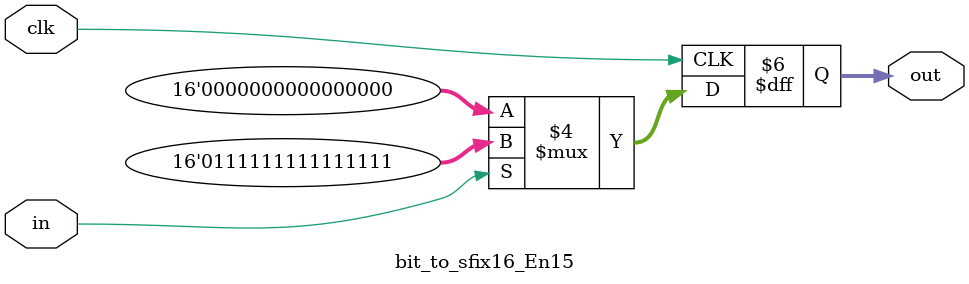
<source format=v>
`timescale 100ns / 1ns

module bit_to_sfix16_En15 (
    input wire clk,
    input wire in,
    output reg signed [15:0] out
);

always @(posedge clk) begin
    if (in == 1'b0) begin
        out <= 16'b0;  // 0.000000000000000 in sfix16_En15 format
    end else begin
        out <= 16'd65535 >> 1;  // 1.000000000000000 in sfix16_En15 format
    end
end

endmodule

</source>
